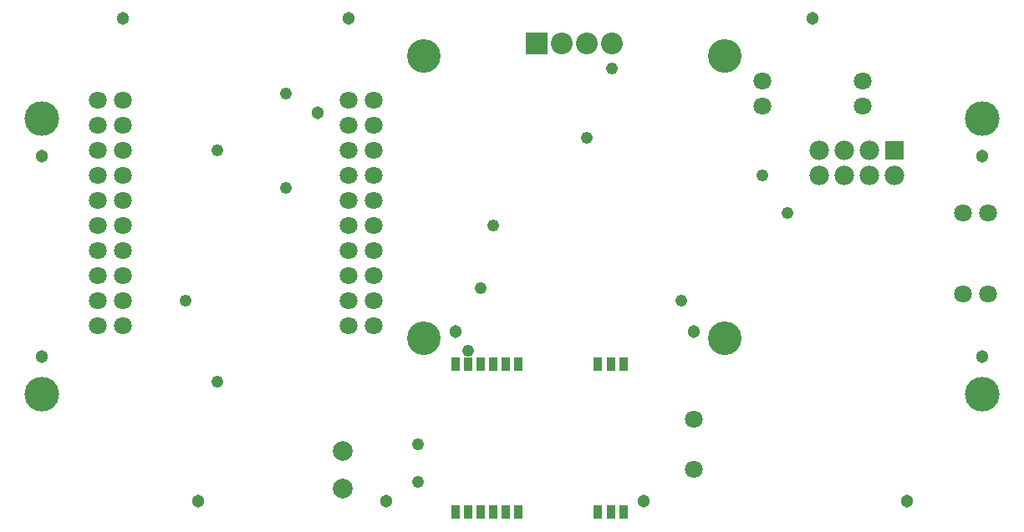
<source format=gts>
G75*
%MOIN*%
%OFA0B0*%
%FSLAX25Y25*%
%IPPOS*%
%LPD*%
%AMOC8*
5,1,8,0,0,1.08239X$1,22.5*
%
%ADD10C,0.13792*%
%ADD11C,0.13398*%
%ADD12R,0.08674X0.08674*%
%ADD13C,0.08674*%
%ADD14C,0.07099*%
%ADD15C,0.07885*%
%ADD16R,0.03300X0.05800*%
%ADD17C,0.07100*%
%ADD18R,0.07800X0.07800*%
%ADD19C,0.07800*%
%ADD20C,0.04762*%
%ADD21C,0.05131*%
D10*
X0019287Y0086250D03*
X0019287Y0196250D03*
X0394287Y0196250D03*
X0394287Y0086250D03*
D11*
X0291787Y0108750D03*
X0171787Y0108750D03*
X0171787Y0221250D03*
X0291787Y0221250D03*
D12*
X0216787Y0226250D03*
D13*
X0226787Y0226250D03*
X0236787Y0226250D03*
X0246787Y0226250D03*
D14*
X0151787Y0203750D03*
X0141787Y0203750D03*
X0141787Y0193750D03*
X0151787Y0193750D03*
X0151787Y0183750D03*
X0141787Y0183750D03*
X0141787Y0173750D03*
X0151787Y0173750D03*
X0151787Y0163750D03*
X0141787Y0163750D03*
X0141787Y0153750D03*
X0151787Y0153750D03*
X0151787Y0143750D03*
X0141787Y0143750D03*
X0141787Y0133750D03*
X0151787Y0133750D03*
X0151787Y0123750D03*
X0141787Y0123750D03*
X0141787Y0113750D03*
X0151787Y0113750D03*
X0051787Y0113750D03*
X0041787Y0113750D03*
X0041787Y0123750D03*
X0051787Y0123750D03*
X0051787Y0133750D03*
X0041787Y0133750D03*
X0041787Y0143750D03*
X0051787Y0143750D03*
X0051787Y0153750D03*
X0041787Y0153750D03*
X0041787Y0163750D03*
X0051787Y0163750D03*
X0051787Y0173750D03*
X0041787Y0173750D03*
X0041787Y0183750D03*
X0051787Y0183750D03*
X0051787Y0193750D03*
X0041787Y0193750D03*
X0041787Y0203750D03*
X0051787Y0203750D03*
X0279287Y0076250D03*
X0279287Y0056250D03*
X0386787Y0126250D03*
X0396787Y0126250D03*
X0396787Y0158750D03*
X0386787Y0158750D03*
D15*
X0139287Y0063750D03*
X0139287Y0048750D03*
D16*
X0184287Y0039281D03*
X0189287Y0039281D03*
X0194287Y0039281D03*
X0199287Y0039281D03*
X0204287Y0039281D03*
X0209287Y0039281D03*
X0241098Y0039281D03*
X0246492Y0039281D03*
X0251492Y0039281D03*
X0251492Y0098219D03*
X0246492Y0098219D03*
X0241098Y0098219D03*
X0209287Y0098219D03*
X0204287Y0098219D03*
X0199287Y0098219D03*
X0194287Y0098219D03*
X0189287Y0098219D03*
X0184287Y0098219D03*
D17*
X0306787Y0201250D03*
X0306787Y0211250D03*
X0346787Y0211250D03*
X0346787Y0201250D03*
D18*
X0359287Y0183750D03*
D19*
X0349287Y0183750D03*
X0339287Y0183750D03*
X0329287Y0183750D03*
X0329287Y0173750D03*
X0339287Y0173750D03*
X0349287Y0173750D03*
X0359287Y0173750D03*
D20*
X0316787Y0158750D03*
X0306787Y0173750D03*
X0236787Y0188750D03*
X0246787Y0216250D03*
X0199287Y0153750D03*
X0194287Y0128750D03*
X0189287Y0103750D03*
X0169287Y0066250D03*
X0169287Y0051250D03*
X0089287Y0091250D03*
X0076787Y0123750D03*
X0116787Y0168750D03*
X0089287Y0183750D03*
X0116787Y0206250D03*
X0274287Y0123750D03*
D21*
X0081787Y0043750D03*
X0156787Y0043750D03*
X0259287Y0043750D03*
X0364287Y0043750D03*
X0394287Y0101250D03*
X0279287Y0111250D03*
X0184287Y0111250D03*
X0129287Y0198750D03*
X0141787Y0236250D03*
X0051787Y0236250D03*
X0019287Y0181250D03*
X0019287Y0101250D03*
X0326787Y0236250D03*
X0394287Y0181250D03*
M02*

</source>
